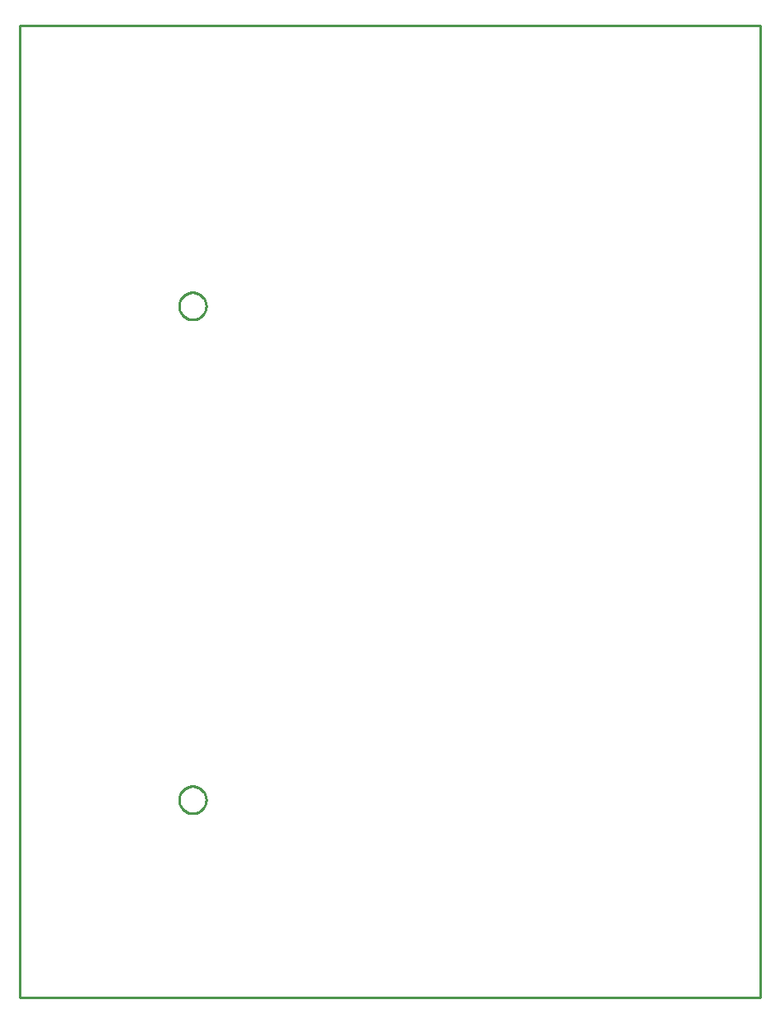
<source format=gbr>
G04 EAGLE Gerber RS-274X export*
G75*
%MOMM*%
%FSLAX34Y34*%
%LPD*%
%IN*%
%IPPOS*%
%AMOC8*
5,1,8,0,0,1.08239X$1,22.5*%
G01*
%ADD10C,0.254000*%


D10*
X0Y0D02*
X761800Y0D01*
X761800Y1000000D01*
X0Y1000000D01*
X0Y0D01*
X191770Y202701D02*
X191699Y201706D01*
X191557Y200718D01*
X191345Y199743D01*
X191064Y198785D01*
X190715Y197851D01*
X190300Y196943D01*
X189822Y196067D01*
X189283Y195228D01*
X188685Y194429D01*
X188031Y193675D01*
X187325Y192969D01*
X186571Y192315D01*
X185773Y191717D01*
X184933Y191178D01*
X184057Y190700D01*
X183150Y190285D01*
X182215Y189936D01*
X181257Y189655D01*
X180282Y189443D01*
X179294Y189301D01*
X178299Y189230D01*
X177301Y189230D01*
X176306Y189301D01*
X175318Y189443D01*
X174343Y189655D01*
X173385Y189936D01*
X172451Y190285D01*
X171543Y190700D01*
X170667Y191178D01*
X169828Y191717D01*
X169029Y192315D01*
X168275Y192969D01*
X167569Y193675D01*
X166915Y194429D01*
X166317Y195228D01*
X165778Y196067D01*
X165300Y196943D01*
X164885Y197851D01*
X164536Y198785D01*
X164255Y199743D01*
X164043Y200718D01*
X163901Y201706D01*
X163830Y202701D01*
X163830Y203699D01*
X163901Y204694D01*
X164043Y205682D01*
X164255Y206657D01*
X164536Y207615D01*
X164885Y208550D01*
X165300Y209457D01*
X165778Y210333D01*
X166317Y211173D01*
X166915Y211971D01*
X167569Y212725D01*
X168275Y213431D01*
X169029Y214085D01*
X169828Y214683D01*
X170667Y215222D01*
X171543Y215700D01*
X172451Y216115D01*
X173385Y216464D01*
X174343Y216745D01*
X175318Y216957D01*
X176306Y217099D01*
X177301Y217170D01*
X178299Y217170D01*
X179294Y217099D01*
X180282Y216957D01*
X181257Y216745D01*
X182215Y216464D01*
X183150Y216115D01*
X184057Y215700D01*
X184933Y215222D01*
X185773Y214683D01*
X186571Y214085D01*
X187325Y213431D01*
X188031Y212725D01*
X188685Y211971D01*
X189283Y211173D01*
X189822Y210333D01*
X190300Y209457D01*
X190715Y208550D01*
X191064Y207615D01*
X191345Y206657D01*
X191557Y205682D01*
X191699Y204694D01*
X191770Y203699D01*
X191770Y202701D01*
X163830Y711699D02*
X163901Y712694D01*
X164043Y713682D01*
X164255Y714657D01*
X164536Y715615D01*
X164885Y716550D01*
X165300Y717457D01*
X165778Y718333D01*
X166317Y719173D01*
X166915Y719971D01*
X167569Y720725D01*
X168275Y721431D01*
X169029Y722085D01*
X169828Y722683D01*
X170667Y723222D01*
X171543Y723700D01*
X172451Y724115D01*
X173385Y724464D01*
X174343Y724745D01*
X175318Y724957D01*
X176306Y725099D01*
X177301Y725170D01*
X178299Y725170D01*
X179294Y725099D01*
X180282Y724957D01*
X181257Y724745D01*
X182215Y724464D01*
X183150Y724115D01*
X184057Y723700D01*
X184933Y723222D01*
X185773Y722683D01*
X186571Y722085D01*
X187325Y721431D01*
X188031Y720725D01*
X188685Y719971D01*
X189283Y719173D01*
X189822Y718333D01*
X190300Y717457D01*
X190715Y716550D01*
X191064Y715615D01*
X191345Y714657D01*
X191557Y713682D01*
X191699Y712694D01*
X191770Y711699D01*
X191770Y710701D01*
X191699Y709706D01*
X191557Y708718D01*
X191345Y707743D01*
X191064Y706785D01*
X190715Y705851D01*
X190300Y704943D01*
X189822Y704067D01*
X189283Y703228D01*
X188685Y702429D01*
X188031Y701675D01*
X187325Y700969D01*
X186571Y700315D01*
X185773Y699717D01*
X184933Y699178D01*
X184057Y698700D01*
X183150Y698285D01*
X182215Y697936D01*
X181257Y697655D01*
X180282Y697443D01*
X179294Y697301D01*
X178299Y697230D01*
X177301Y697230D01*
X176306Y697301D01*
X175318Y697443D01*
X174343Y697655D01*
X173385Y697936D01*
X172451Y698285D01*
X171543Y698700D01*
X170667Y699178D01*
X169828Y699717D01*
X169029Y700315D01*
X168275Y700969D01*
X167569Y701675D01*
X166915Y702429D01*
X166317Y703228D01*
X165778Y704067D01*
X165300Y704943D01*
X164885Y705851D01*
X164536Y706785D01*
X164255Y707743D01*
X164043Y708718D01*
X163901Y709706D01*
X163830Y710701D01*
X163830Y711699D01*
M02*

</source>
